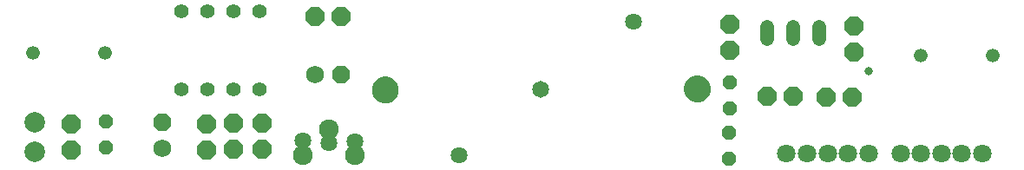
<source format=gbs>
G75*
%MOIN*%
%OFA0B0*%
%FSLAX25Y25*%
%IPPOS*%
%LPD*%
%AMOC8*
5,1,8,0,0,1.08239X$1,22.5*
%
%ADD10C,0.06406*%
%ADD11OC8,0.06800*%
%ADD12C,0.06800*%
%ADD13OC8,0.05300*%
%ADD14C,0.07900*%
%ADD15C,0.05300*%
%ADD16OC8,0.07100*%
%ADD17C,0.07000*%
%ADD18C,0.06500*%
%ADD19C,0.05224*%
%ADD20C,0.07100*%
%ADD21C,0.05500*%
%ADD22C,0.07587*%
%ADD23C,0.03200*%
D10*
X0123795Y0027043D03*
X0133835Y0026079D03*
X0143736Y0026472D03*
X0183992Y0021394D03*
X0250803Y0072634D03*
D11*
X0138559Y0052161D03*
X0069858Y0033835D03*
D12*
X0069858Y0023835D03*
X0128559Y0052161D03*
D13*
X0048205Y0034169D03*
X0048205Y0024169D03*
X0287457Y0020016D03*
X0287457Y0030016D03*
X0287693Y0039366D03*
X0287693Y0049366D03*
D14*
X0020843Y0022583D03*
X0020843Y0033983D03*
D15*
X0302102Y0065864D02*
X0302102Y0070664D01*
X0312102Y0070664D02*
X0312102Y0065864D01*
X0322102Y0065864D02*
X0322102Y0070664D01*
D16*
X0335587Y0070980D03*
X0335587Y0060980D03*
X0334957Y0043480D03*
X0324957Y0043480D03*
X0312063Y0043992D03*
X0302063Y0043992D03*
X0287870Y0061610D03*
X0287870Y0071610D03*
X0138382Y0074740D03*
X0128382Y0074740D03*
X0108106Y0033500D03*
X0097102Y0033480D03*
X0086748Y0033382D03*
X0086748Y0023382D03*
X0097102Y0023480D03*
X0108106Y0023500D03*
X0034957Y0023382D03*
X0034957Y0033382D03*
D17*
X0153789Y0046512D02*
X0153791Y0046591D01*
X0153797Y0046671D01*
X0153807Y0046750D01*
X0153821Y0046828D01*
X0153839Y0046905D01*
X0153860Y0046982D01*
X0153886Y0047057D01*
X0153915Y0047131D01*
X0153948Y0047203D01*
X0153985Y0047274D01*
X0154025Y0047342D01*
X0154068Y0047409D01*
X0154115Y0047473D01*
X0154165Y0047535D01*
X0154218Y0047594D01*
X0154273Y0047651D01*
X0154332Y0047704D01*
X0154393Y0047755D01*
X0154457Y0047803D01*
X0154523Y0047847D01*
X0154591Y0047888D01*
X0154661Y0047925D01*
X0154733Y0047959D01*
X0154807Y0047989D01*
X0154881Y0048016D01*
X0154958Y0048038D01*
X0155035Y0048057D01*
X0155113Y0048072D01*
X0155192Y0048083D01*
X0155271Y0048090D01*
X0155350Y0048093D01*
X0155430Y0048092D01*
X0155509Y0048087D01*
X0155588Y0048078D01*
X0155666Y0048065D01*
X0155744Y0048048D01*
X0155821Y0048027D01*
X0155896Y0048003D01*
X0155970Y0047975D01*
X0156043Y0047943D01*
X0156114Y0047907D01*
X0156183Y0047868D01*
X0156250Y0047825D01*
X0156315Y0047779D01*
X0156378Y0047730D01*
X0156438Y0047678D01*
X0156495Y0047623D01*
X0156549Y0047565D01*
X0156601Y0047504D01*
X0156649Y0047441D01*
X0156694Y0047376D01*
X0156736Y0047308D01*
X0156774Y0047239D01*
X0156809Y0047167D01*
X0156840Y0047094D01*
X0156867Y0047019D01*
X0156891Y0046944D01*
X0156911Y0046867D01*
X0156927Y0046789D01*
X0156939Y0046710D01*
X0156947Y0046631D01*
X0156951Y0046552D01*
X0156951Y0046472D01*
X0156947Y0046393D01*
X0156939Y0046314D01*
X0156927Y0046235D01*
X0156911Y0046157D01*
X0156891Y0046080D01*
X0156867Y0046005D01*
X0156840Y0045930D01*
X0156809Y0045857D01*
X0156774Y0045785D01*
X0156736Y0045716D01*
X0156694Y0045648D01*
X0156649Y0045583D01*
X0156601Y0045520D01*
X0156549Y0045459D01*
X0156495Y0045401D01*
X0156438Y0045346D01*
X0156378Y0045294D01*
X0156315Y0045245D01*
X0156250Y0045199D01*
X0156183Y0045156D01*
X0156114Y0045117D01*
X0156043Y0045081D01*
X0155970Y0045049D01*
X0155896Y0045021D01*
X0155821Y0044997D01*
X0155744Y0044976D01*
X0155666Y0044959D01*
X0155588Y0044946D01*
X0155509Y0044937D01*
X0155430Y0044932D01*
X0155350Y0044931D01*
X0155271Y0044934D01*
X0155192Y0044941D01*
X0155113Y0044952D01*
X0155035Y0044967D01*
X0154958Y0044986D01*
X0154881Y0045008D01*
X0154807Y0045035D01*
X0154733Y0045065D01*
X0154661Y0045099D01*
X0154591Y0045136D01*
X0154523Y0045177D01*
X0154457Y0045221D01*
X0154393Y0045269D01*
X0154332Y0045320D01*
X0154273Y0045373D01*
X0154218Y0045430D01*
X0154165Y0045489D01*
X0154115Y0045551D01*
X0154068Y0045615D01*
X0154025Y0045682D01*
X0153985Y0045750D01*
X0153948Y0045821D01*
X0153915Y0045893D01*
X0153886Y0045967D01*
X0153860Y0046042D01*
X0153839Y0046119D01*
X0153821Y0046196D01*
X0153807Y0046274D01*
X0153797Y0046353D01*
X0153791Y0046433D01*
X0153789Y0046512D01*
X0273632Y0046906D02*
X0273634Y0046985D01*
X0273640Y0047065D01*
X0273650Y0047144D01*
X0273664Y0047222D01*
X0273682Y0047299D01*
X0273703Y0047376D01*
X0273729Y0047451D01*
X0273758Y0047525D01*
X0273791Y0047597D01*
X0273828Y0047668D01*
X0273868Y0047736D01*
X0273911Y0047803D01*
X0273958Y0047867D01*
X0274008Y0047929D01*
X0274061Y0047988D01*
X0274116Y0048045D01*
X0274175Y0048098D01*
X0274236Y0048149D01*
X0274300Y0048197D01*
X0274366Y0048241D01*
X0274434Y0048282D01*
X0274504Y0048319D01*
X0274576Y0048353D01*
X0274650Y0048383D01*
X0274724Y0048410D01*
X0274801Y0048432D01*
X0274878Y0048451D01*
X0274956Y0048466D01*
X0275035Y0048477D01*
X0275114Y0048484D01*
X0275193Y0048487D01*
X0275273Y0048486D01*
X0275352Y0048481D01*
X0275431Y0048472D01*
X0275509Y0048459D01*
X0275587Y0048442D01*
X0275664Y0048421D01*
X0275739Y0048397D01*
X0275813Y0048369D01*
X0275886Y0048337D01*
X0275957Y0048301D01*
X0276026Y0048262D01*
X0276093Y0048219D01*
X0276158Y0048173D01*
X0276221Y0048124D01*
X0276281Y0048072D01*
X0276338Y0048017D01*
X0276392Y0047959D01*
X0276444Y0047898D01*
X0276492Y0047835D01*
X0276537Y0047770D01*
X0276579Y0047702D01*
X0276617Y0047633D01*
X0276652Y0047561D01*
X0276683Y0047488D01*
X0276710Y0047413D01*
X0276734Y0047338D01*
X0276754Y0047261D01*
X0276770Y0047183D01*
X0276782Y0047104D01*
X0276790Y0047025D01*
X0276794Y0046946D01*
X0276794Y0046866D01*
X0276790Y0046787D01*
X0276782Y0046708D01*
X0276770Y0046629D01*
X0276754Y0046551D01*
X0276734Y0046474D01*
X0276710Y0046399D01*
X0276683Y0046324D01*
X0276652Y0046251D01*
X0276617Y0046179D01*
X0276579Y0046110D01*
X0276537Y0046042D01*
X0276492Y0045977D01*
X0276444Y0045914D01*
X0276392Y0045853D01*
X0276338Y0045795D01*
X0276281Y0045740D01*
X0276221Y0045688D01*
X0276158Y0045639D01*
X0276093Y0045593D01*
X0276026Y0045550D01*
X0275957Y0045511D01*
X0275886Y0045475D01*
X0275813Y0045443D01*
X0275739Y0045415D01*
X0275664Y0045391D01*
X0275587Y0045370D01*
X0275509Y0045353D01*
X0275431Y0045340D01*
X0275352Y0045331D01*
X0275273Y0045326D01*
X0275193Y0045325D01*
X0275114Y0045328D01*
X0275035Y0045335D01*
X0274956Y0045346D01*
X0274878Y0045361D01*
X0274801Y0045380D01*
X0274724Y0045402D01*
X0274650Y0045429D01*
X0274576Y0045459D01*
X0274504Y0045493D01*
X0274434Y0045530D01*
X0274366Y0045571D01*
X0274300Y0045615D01*
X0274236Y0045663D01*
X0274175Y0045714D01*
X0274116Y0045767D01*
X0274061Y0045824D01*
X0274008Y0045883D01*
X0273958Y0045945D01*
X0273911Y0046009D01*
X0273868Y0046076D01*
X0273828Y0046144D01*
X0273791Y0046215D01*
X0273758Y0046287D01*
X0273729Y0046361D01*
X0273703Y0046436D01*
X0273682Y0046513D01*
X0273664Y0046590D01*
X0273650Y0046668D01*
X0273640Y0046747D01*
X0273634Y0046827D01*
X0273632Y0046906D01*
D18*
X0215291Y0046512D03*
D19*
X0361295Y0059740D03*
X0388854Y0059740D03*
X0047732Y0060469D03*
X0020173Y0060469D03*
D20*
X0309681Y0021945D03*
X0317555Y0021945D03*
X0325429Y0021945D03*
X0333303Y0021945D03*
X0341177Y0021945D03*
X0353402Y0021945D03*
X0361276Y0021945D03*
X0369150Y0021945D03*
X0377024Y0021945D03*
X0384898Y0021945D03*
D21*
X0107299Y0046610D03*
X0097299Y0046610D03*
X0087299Y0046610D03*
X0077299Y0046610D03*
X0077299Y0076610D03*
X0087299Y0076610D03*
X0097299Y0076610D03*
X0107299Y0076610D03*
D22*
X0133795Y0031374D03*
X0123795Y0021374D03*
X0143795Y0021374D03*
D23*
X0341059Y0053500D03*
M02*

</source>
